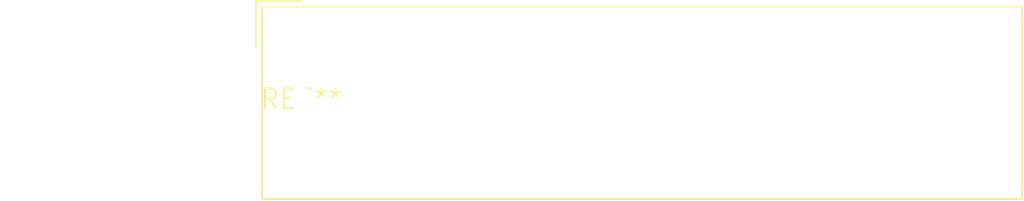
<source format=kicad_pcb>
(kicad_pcb (version 20240108) (generator pcbnew)
  (layers (0 "F.Cu" signal) (31 "B.Cu" signal) (34 "B.Paste" user) (35 "F.Paste" user) (36 "B.SilkS" user "B.Silkscreen") (37 "F.SilkS" user "F.Silkscreen") (38 "B.Mask" user) (39 "F.Mask" user) (44 "Edge.Cuts" user))
  (net 0 "")
  (footprint "Altech_AK300_1x10_P5.00mm_45-Degree" (layer "F.Cu") (at 0 0)
    (property "Reference" "REF**")
    (property "Value" "Altech_AK300_1x10_P5.00mm_45-Degree")
    (fp_line (start -3 -6.5) (end 0 -6.5) (layer "F.SilkS") (stroke (width 0.12)))
    (fp_line (start -3 -3.5) (end -3 -6.5) (layer "F.SilkS") (stroke (width 0.12)))
    (fp_line (start -2.62 -6.12) (end -2.62 6.62) (layer "F.SilkS") (stroke (width 0.12)))
    (fp_line (start -2.62 -6.12) (end -2.62 6.62) (layer "F.SilkS") (stroke (width 0.12)))
    (fp_line (start -2.62 -6.12) (end 47.62 -6.12) (layer "F.SilkS") (stroke (width 0.12)))
    (fp_line (start -2.62 -6.12) (end 47.62 -6.12) (layer "F.SilkS") (stroke (width 0.12)))
    (fp_line (start -2.62 6.62) (end 47.62 6.62) (layer "F.SilkS") (stroke (width 0.12)))
    (fp_line (start -2.62 6.62) (end 47.62 6.62) (layer "F.SilkS") (stroke (width 0.12)))
    (fp_line (start 47.62 -6.12) (end 47.62 6.62) (layer "F.SilkS") (stroke (width 0.12)))
    (fp_line (start 47.62 -6.12) (end 47.62 6.62) (layer "F.SilkS") (stroke (width 0.12)))
    (pad "1" thru_hole rect (at 0 0) (size 3 3) (drill 1.5) (layers *.Cu *.Mask) (remove_unused_layers))
    (pad "2" thru_hole circle (at 5 0) (size 3 3) (drill 1.5) (layers *.Cu *.Mask) (remove_unused_layers))
    (pad "3" thru_hole circle (at 10 0) (size 3 3) (drill 1.5) (layers *.Cu *.Mask) (remove_unused_layers))
    (pad "4" thru_hole circle (at 15 0) (size 3 3) (drill 1.5) (layers *.Cu *.Mask) (remove_unused_layers))
    (pad "5" thru_hole circle (at 20 0) (size 3 3) (drill 1.5) (layers *.Cu *.Mask) (remove_unused_layers))
    (pad "6" thru_hole circle (at 25 0) (size 3 3) (drill 1.5) (layers *.Cu *.Mask) (remove_unused_layers))
    (pad "7" thru_hole circle (at 30 0) (size 3 3) (drill 1.5) (layers *.Cu *.Mask) (remove_unused_layers))
    (pad "8" thru_hole circle (at 35 0) (size 3 3) (drill 1.5) (layers *.Cu *.Mask) (remove_unused_layers))
    (pad "9" thru_hole circle (at 40 0) (size 3 3) (drill 1.5) (layers *.Cu *.Mask) (remove_unused_layers))
    (pad "10" thru_hole circle (at 45 0) (size 3 3) (drill 1.5) (layers *.Cu *.Mask) (remove_unused_layers))
  )
)
</source>
